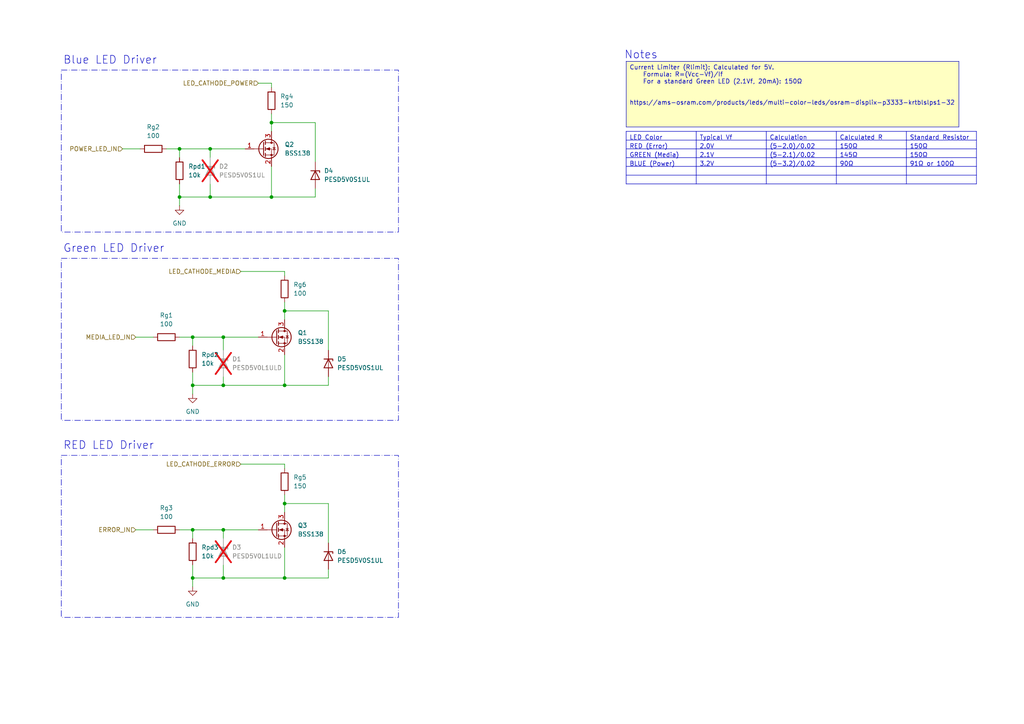
<source format=kicad_sch>
(kicad_sch (version 20250114) (generator "eeschema") (generator_version "9.0")
  (paper "A4")
  (lib_symbols
    (symbol "Device:R" (pin_numbers (hide yes)) (pin_names (offset 0))
      (property "Reference" "R" (at 2.032 0 90))
      (property "Value" "R" (at 0 0 90))
      (symbol "R_0_1"
        (rectangle (start -1.016 -2.54) (end 1.016 2.54) (stroke (width 0.254)))
      )
      (symbol "R_1_1"
        (pin passive line (at 0 3.81 270) (length 1.27) (name "~") (number "1"))
        (pin passive line (at 0 -3.81 90) (length 1.27) (name "~") (number "2"))
      )
    )
    (symbol "Diode:PESD5V0L1ULD" (pin_numbers (hide yes)) (pin_names (hide yes))
      (property "Reference" "D" (at 0 2.54 0))
      (property "Value" "PESD5V0L1ULD" (at 0 -2.54 0))
      (symbol "PESD5V0L1ULD_0_1"
        (polyline (pts (xy -1.27 -1.27) (xy -1.27 1.27) (xy -0.762 1.27)) (stroke (width 0.254)))
        (polyline (pts (xy 1.27 0) (xy -1.27 0)))
        (polyline (pts (xy 1.27 -1.27) (xy 1.27 1.27) (xy -1.27 0) (xy 1.27 -1.27)) (stroke (width 0.254)))
      )
      (symbol "PESD5V0L1ULD_1_1"
        (pin passive line (at -3.81 0 0) (length 2.54) (name "K") (number "1"))
        (pin passive line (at 3.81 0 180) (length 2.54) (name "A") (number "2"))
      )
    )
    (symbol "Diode:PESD5V0S1UL" (pin_numbers (hide yes)) (pin_names (hide yes))
      (property "Reference" "D" (at 0 2.54 0))
      (property "Value" "PESD5V0S1UL" (at 0 -2.54 0))
      (symbol "PESD5V0S1UL_0_1"
        (polyline (pts (xy -1.27 -1.27) (xy -1.27 1.27) (xy -0.762 1.27)) (stroke (width 0.254)))
        (polyline (pts (xy 1.27 0) (xy -1.27 0)))
        (polyline (pts (xy 1.27 -1.27) (xy 1.27 1.27) (xy -1.27 0) (xy 1.27 -1.27)) (stroke (width 0.254)))
      )
      (symbol "PESD5V0S1UL_1_1"
        (pin passive line (at -3.81 0 0) (length 2.54) (name "K") (number "1"))
        (pin passive line (at 3.81 0 180) (length 2.54) (name "A") (number "2"))
      )
    )
    (symbol "Transistor_FET:BSS138" (pin_names (offset 0) (hide yes))
      (property "Reference" "Q" (at 5.08 1.905 0))
      (property "Value" "BSS138" (at 5.08 0 0))
      (symbol "BSS138_0_1"
        (polyline (pts (xy 0.254 1.905) (xy 0.254 -1.905)) (stroke (width 0.254)))
        (polyline (pts (xy 0.254 0) (xy -2.54 0)))
        (polyline (pts (xy 0.762 2.286) (xy 0.762 1.27)) (stroke (width 0.254)))
        (polyline (pts (xy 0.762 0.508) (xy 0.762 -0.508)) (stroke (width 0.254)))
        (polyline (pts (xy 0.762 -1.27) (xy 0.762 -2.286)) (stroke (width 0.254)))
        (polyline (pts (xy 0.762 -1.778) (xy 3.302 -1.778) (xy 3.302 1.778) (xy 0.762 1.778)))
        (polyline (pts (xy 1.016 0) (xy 2.032 0.381) (xy 2.032 -0.381) (xy 1.016 0)) (fill (type outline)))
        (circle (center 1.651 0) (radius 2.794) (stroke (width 0.254)))
        (polyline (pts (xy 2.54 2.54) (xy 2.54 1.778)))
        (circle (center 2.54 1.778) (radius 0.254) (fill (type outline)))
        (circle (center 2.54 -1.778) (radius 0.254) (fill (type outline)))
        (polyline (pts (xy 2.54 -2.54) (xy 2.54 0) (xy 0.762 0)))
        (polyline (pts (xy 2.921 0.381) (xy 3.683 0.381)))
        (polyline (pts (xy 3.302 0.381) (xy 2.921 -0.254) (xy 3.683 -0.254) (xy 3.302 0.381)))
      )
      (symbol "BSS138_1_1"
        (pin input line (at -5.08 0 0) (length 2.54) (name "G") (number "1"))
        (pin passive line (at 2.54 5.08 270) (length 2.54) (name "D") (number "3"))
        (pin passive line (at 2.54 -5.08 90) (length 2.54) (name "S") (number "2"))
      )
    )
    (symbol "power:GND" (power) (pin_numbers (hide yes)) (pin_names (offset 0) (hide yes))
      (property "Value" "GND" (at 0 -3.81 0))
      (symbol "GND_0_1"
        (polyline (pts (xy 0 0) (xy 0 -1.27) (xy 1.27 -1.27) (xy 0 -2.54) (xy -1.27 -1.27) (xy 0 -1.27)))
      )
      (symbol "GND_1_1"
        (pin power_in line (at 0 0 270) (length 0) (name "~") (number "1"))
      )
    )
  )
  (rectangle (start 17.78 74.93) (end 115.57 121.92) (stroke (width 0) (type dash_dot)))
  (rectangle (start 17.78 132.08) (end 115.57 179.07) (stroke (width 0) (type dash_dot)))
  (rectangle (start 17.78 20.32) (end 115.57 67.31) (stroke (width 0) (type dash_dot)))
  (text "Notes\n" (at 185.928 16.002 0) (effects (font (size 2.286 2.286))))
  (text "RED LED Driver" (at 18.288 129.286 0) (effects (font (size 2.286 2.286)) (justify left)))
  (text "Green LED Driver" (at 18.288 72.136 0) (effects (font (size 2.286 2.286)) (justify left)))
  (text "Blue LED Driver" (at 18.288 17.526 0) (effects (font (size 2.286 2.286)) (justify left)))
  (text_box "Current Limiter (Rlimit​): Calculated for 5V.\n    Formula: R=(Vcc​−Vf​)/If​\n    For a standard Green LED (2.1Vf​, 20mA): 150Ω\n\n\nhttps://ams-osram.com/products/leds/multi-color-leds/osram-displix-p3333-krtblslps1-32" (at 181.61 17.78 0) (size 96.52 19.05) (margins 0.9525 0.9525 0.9525 0.9525) (fill (type color) (color 255 255 194 1)) (effects (font (size 1.27 1.27)) (justify left top)))
  (junction (at 55.88 167.64))
  (junction (at 52.07 43.18))
  (junction (at 64.77 167.64))
  (junction (at 82.55 146.05))
  (junction (at 78.74 35.56))
  (junction (at 60.96 43.18))
  (junction (at 64.77 153.67))
  (junction (at 55.88 97.79))
  (junction (at 55.88 153.67))
  (junction (at 82.55 167.64))
  (junction (at 64.77 97.79))
  (junction (at 52.07 57.15))
  (junction (at 55.88 111.76))
  (junction (at 82.55 111.76))
  (junction (at 64.77 111.76))
  (junction (at 60.96 57.15))
  (junction (at 82.55 90.17))
  (junction (at 78.74 57.15))
  (wire (pts (xy 78.74 33.02) (xy 78.74 35.56)))
  (wire (pts (xy 55.88 111.76) (xy 64.77 111.76)))
  (wire (pts (xy 55.88 111.76) (xy 55.88 107.95)))
  (wire (pts (xy 95.25 111.76) (xy 95.25 109.22)))
  (wire (pts (xy 64.77 163.83) (xy 64.77 167.64)))
  (wire (pts (xy 95.25 157.48) (xy 95.25 146.05)))
  (wire (pts (xy 82.55 134.62) (xy 82.55 135.89)))
  (wire (pts (xy 91.44 54.61) (xy 91.44 57.15)))
  (wire (pts (xy 52.07 57.15) (xy 52.07 53.34)))
  (wire (pts (xy 48.26 43.18) (xy 52.07 43.18)))
  (wire (pts (xy 55.88 170.18) (xy 55.88 167.64)))
  (wire (pts (xy 82.55 146.05) (xy 82.55 148.59)))
  (wire (pts (xy 60.96 57.15) (xy 78.74 57.15)))
  (wire (pts (xy 60.96 43.18) (xy 71.12 43.18)))
  (wire (pts (xy 82.55 90.17) (xy 82.55 92.71)))
  (wire (pts (xy 69.85 134.62) (xy 82.55 134.62)))
  (wire (pts (xy 82.55 167.64) (xy 95.25 167.64)))
  (wire (pts (xy 82.55 111.76) (xy 95.25 111.76)))
  (wire (pts (xy 60.96 43.18) (xy 60.96 45.72)))
  (wire (pts (xy 91.44 46.99) (xy 91.44 35.56)))
  (wire (pts (xy 52.07 59.69) (xy 52.07 57.15)))
  (wire (pts (xy 52.07 57.15) (xy 60.96 57.15)))
  (wire (pts (xy 78.74 24.13) (xy 78.74 25.4)))
  (wire (pts (xy 64.77 111.76) (xy 82.55 111.76)))
  (wire (pts (xy 95.25 90.17) (xy 95.25 101.6)))
  (wire (pts (xy 55.88 167.64) (xy 64.77 167.64)))
  (wire (pts (xy 95.25 167.64) (xy 95.25 165.1)))
  (wire (pts (xy 35.56 43.18) (xy 40.64 43.18)))
  (wire (pts (xy 55.88 100.33) (xy 55.88 97.79)))
  (wire (pts (xy 55.88 153.67) (xy 64.77 153.67)))
  (wire (pts (xy 55.88 167.64) (xy 55.88 163.83)))
  (wire (pts (xy 52.07 97.79) (xy 55.88 97.79)))
  (wire (pts (xy 78.74 57.15) (xy 78.74 48.26)))
  (wire (pts (xy 39.37 97.79) (xy 44.45 97.79)))
  (wire (pts (xy 60.96 53.34) (xy 60.96 57.15)))
  (wire (pts (xy 55.88 114.3) (xy 55.88 111.76)))
  (wire (pts (xy 55.88 97.79) (xy 64.77 97.79)))
  (wire (pts (xy 82.55 111.76) (xy 82.55 102.87)))
  (wire (pts (xy 52.07 153.67) (xy 55.88 153.67)))
  (wire (pts (xy 64.77 109.22) (xy 64.77 111.76)))
  (wire (pts (xy 91.44 57.15) (xy 78.74 57.15)))
  (wire (pts (xy 52.07 43.18) (xy 60.96 43.18)))
  (wire (pts (xy 74.93 24.13) (xy 78.74 24.13)))
  (wire (pts (xy 64.77 97.79) (xy 64.77 101.6)))
  (wire (pts (xy 64.77 97.79) (xy 74.93 97.79)))
  (wire (pts (xy 39.37 153.67) (xy 44.45 153.67)))
  (wire (pts (xy 82.55 87.63) (xy 82.55 90.17)))
  (wire (pts (xy 95.25 146.05) (xy 82.55 146.05)))
  (wire (pts (xy 91.44 35.56) (xy 78.74 35.56)))
  (wire (pts (xy 55.88 156.21) (xy 55.88 153.67)))
  (wire (pts (xy 69.85 78.74) (xy 82.55 78.74)))
  (wire (pts (xy 52.07 45.72) (xy 52.07 43.18)))
  (wire (pts (xy 82.55 143.51) (xy 82.55 146.05)))
  (wire (pts (xy 78.74 35.56) (xy 78.74 38.1)))
  (wire (pts (xy 64.77 167.64) (xy 82.55 167.64)))
  (wire (pts (xy 64.77 153.67) (xy 74.93 153.67)))
  (wire (pts (xy 82.55 90.17) (xy 95.25 90.17)))
  (wire (pts (xy 82.55 78.74) (xy 82.55 80.01)))
  (wire (pts (xy 64.77 153.67) (xy 64.77 156.21)))
  (wire (pts (xy 82.55 167.64) (xy 82.55 158.75)))
  (table (column_count 5) (border (external yes) (header yes)) (separators (rows yes) (cols yes)) (column_widths 20.32 20.32 20.32 20.32 20.32) (row_heights 2.54 2.54 2.54 2.54 2.54 2.54) (cells (table_cell "LED Color" (at 181.61 38.1 0) (size 20.32 2.54) (margins 0.9525 0.9525 0.9525 0.9525) (span 1 1)) (table_cell "Typical Vf​" (at 201.93 38.1 0) (size 20.32 2.54) (margins 0.9525 0.9525 0.9525 0.9525) (span 1 1)) (table_cell "Calculation" (at 222.25 38.1 0) (size 20.32 2.54) (margins 0.9525 0.9525 0.9525 0.9525) (span 1 1)) (table_cell "Calculated R" (at 242.57 38.1 0) (size 20.32 2.54) (margins 0.9525 0.9525 0.9525 0.9525) (span 1 1)) (table_cell "Standard Resistor" (at 262.89 38.1 0) (size 20.32 2.54) (margins 0.9525 0.9525 0.9525 0.9525) (span 1 1)) (table_cell "RED (Error)" (at 181.61 40.64 0) (size 20.32 2.54) (margins 0.9525 0.9525 0.9525 0.9525) (span 1 1)) (table_cell "2.0V" (at 201.93 40.64 0) (size 20.32 2.54) (margins 0.9525 0.9525 0.9525 0.9525) (span 1 1)) (table_cell "(5−2.0)/0.02" (at 222.25 40.64 0) (size 20.32 2.54) (margins 0.9525 0.9525 0.9525 0.9525) (span 1 1)) (table_cell "150Ω" (at 242.57 40.64 0) (size 20.32 2.54) (margins 0.9525 0.9525 0.9525 0.9525) (span 1 1)) (table_cell "150Ω" (at 262.89 40.64 0) (size 20.32 2.54) (margins 0.9525 0.9525 0.9525 0.9525) (span 1 1)) (table_cell "GREEN (Media)" (at 181.61 43.18 0) (size 20.32 2.54) (margins 0.9525 0.9525 0.9525 0.9525) (span 1 1)) (table_cell "2.1V" (at 201.93 43.18 0) (size 20.32 2.54) (margins 0.9525 0.9525 0.9525 0.9525) (span 1 1)) (table_cell "(5−2.1)/0.02" (at 222.25 43.18 0) (size 20.32 2.54) (margins 0.9525 0.9525 0.9525 0.9525) (span 1 1)) (table_cell "145Ω" (at 242.57 43.18 0) (size 20.32 2.54) (margins 0.9525 0.9525 0.9525 0.9525) (span 1 1)) (table_cell "150Ω" (at 262.89 43.18 0) (size 20.32 2.54) (margins 0.9525 0.9525 0.9525 0.9525) (span 1 1)) (table_cell "BLUE (Power)" (at 181.61 45.72 0) (size 20.32 2.54) (margins 0.9525 0.9525 0.9525 0.9525) (span 1 1)) (table_cell "3.2V" (at 201.93 45.72 0) (size 20.32 2.54) (margins 0.9525 0.9525 0.9525 0.9525) (span 1 1)) (table_cell "(5−3.2)/0.02" (at 222.25 45.72 0) (size 20.32 2.54) (margins 0.9525 0.9525 0.9525 0.9525) (span 1 1)) (table_cell "90Ω" (at 242.57 45.72 0) (size 20.32 2.54) (margins 0.9525 0.9525 0.9525 0.9525) (span 1 1)) (table_cell "91Ω or 100Ω" (at 262.89 45.72 0) (size 20.32 2.54) (margins 0.9525 0.9525 0.9525 0.9525) (span 1 1)) (table_cell "" (at 181.61 48.26 0) (size 20.32 2.54) (margins 0.9525 0.9525 0.9525 0.9525) (span 1 1)) (table_cell "" (at 201.93 48.26 0) (size 20.32 2.54) (margins 0.9525 0.9525 0.9525 0.9525) (span 1 1)) (table_cell "" (at 222.25 48.26 0) (size 20.32 2.54) (margins 0.9525 0.9525 0.9525 0.9525) (span 1 1)) (table_cell "" (at 242.57 48.26 0) (size 20.32 2.54) (margins 0.9525 0.9525 0.9525 0.9525) (span 1 1)) (table_cell "" (at 262.89 48.26 0) (size 20.32 2.54) (margins 0.9525 0.9525 0.9525 0.9525) (span 1 1)) (table_cell "" (at 181.61 50.8 0) (size 20.32 2.54) (margins 0.9525 0.9525 0.9525 0.9525) (span 1 1)) (table_cell "" (at 201.93 50.8 0) (size 20.32 2.54) (margins 0.9525 0.9525 0.9525 0.9525) (span 1 1)) (table_cell "" (at 222.25 50.8 0) (size 20.32 2.54) (margins 0.9525 0.9525 0.9525 0.9525) (span 1 1)) (table_cell "" (at 242.57 50.8 0) (size 20.32 2.54) (margins 0.9525 0.9525 0.9525 0.9525) (span 1 1)) (table_cell "" (at 262.89 50.8 0) (size 20.32 2.54) (margins 0.9525 0.9525 0.9525 0.9525) (span 1 1))))
  (hierarchical_label "LED_CATHODE_MEDIA" (shape input) (at 69.85 78.74 180))
  (hierarchical_label "MEDIA_LED_IN" (shape input) (at 39.37 97.79 180))
  (hierarchical_label "ERROR_IN" (shape input) (at 39.37 153.67 180))
  (hierarchical_label "POWER_LED_IN" (shape input) (at 35.56 43.18 180))
  (hierarchical_label "LED_CATHODE_POWER" (shape input) (at 74.93 24.13 180))
  (hierarchical_label "LED_CATHODE_ERROR" (shape input) (at 69.85 134.62 180))
  (symbol (lib_id "Transistor_FET:BSS138") (at 80.01 153.67 0) (unit 1)
    (property "Reference" "Q3" (at 86.36 152.3999 0) (effects (justify left)))
    (property "Value" "BSS138" (at 86.36 154.9399 0) (effects (justify left)))
    (property "Footprint" "Package_TO_SOT_SMD:SOT-23" (effects (hide yes)))
    (property "Datasheet" "https://www.onsemi.com/pub/Collateral/BSS138-D.PDF" (effects (hide yes)))
    (property "Description" "50V Vds, 0.22A Id, N-Channel MOSFET, SOT-23" (effects (hide yes)))
  )
  (symbol (lib_id "Device:R") (at 78.74 29.21 180) (unit 1)
    (property "Reference" "Rg4" (at 81.28 27.9399 0) (effects (justify right)))
    (property "Value" "150" (at 81.28 30.4799 0) (effects (justify right)))
    (property "Description" "Resistor" (effects (hide yes)))
  )
  (symbol (lib_id "Diode:PESD5V0S1UL") (at 60.96 49.53 270) (unit 1) (dnp yes)
    (property "Reference" "D2" (at 63.5 48.2599 90) (effects (justify left)))
    (property "Value" "PESD5V0S1UL" (at 63.5 50.7999 90) (effects (justify left)))
    (property "Footprint" "Diode_SMD:D_SOD-882" (effects (hide yes)))
    (property "Datasheet" "https://assets.nexperia.com/documents/data-sheet/PESD5V0S1UL.pdf" (effects (hide yes)))
    (property "Description" "Unidirectional ESD protection diode, 5V, SOD-882" (effects (hide yes)))
  )
  (symbol (lib_id "Device:R") (at 82.55 139.7 180) (unit 1)
    (property "Reference" "Rg5" (at 85.09 138.4299 0) (effects (justify right)))
    (property "Value" "150" (at 85.09 140.9699 0) (effects (justify right)))
    (property "Description" "Resistor" (effects (hide yes)))
  )
  (symbol (lib_id "Device:R") (at 82.55 83.82 180) (unit 1)
    (property "Reference" "Rg6" (at 85.09 82.5499 0) (effects (justify right)))
    (property "Value" "100" (at 85.09 85.0899 0) (effects (justify right)))
    (property "Description" "Resistor" (effects (hide yes)))
  )
  (symbol (lib_id "power:GND") (at 55.88 114.3 0) (unit 1)
    (property "Reference" "#PWR05" (effects (hide yes)))
    (property "Value" "GND" (at 55.88 119.38 0))
    (property "Description" "Power symbol creates a global label with name \"GND\" , ground" (effects (hide yes)))
  )
  (symbol (lib_id "Diode:PESD5V0L1ULD") (at 64.77 160.02 270) (unit 1) (dnp yes)
    (property "Reference" "D3" (at 67.31 158.7499 90) (effects (justify left)))
    (property "Value" "PESD5V0L1ULD" (at 67.31 161.2899 90) (effects (justify left)))
    (property "Footprint" "Diode_SMD:D_SOD-882D" (effects (hide yes)))
    (property "Datasheet" "\"https://assets.nexperia.com/documents/data-sheet/PESD5V0L1ULD.pdf" (effects (hide yes)))
    (property "Description" "Low capacitance unidirectional ESD protection diode, 5V, SOD-882D" (effects (hide yes)))
  )
  (symbol (lib_id "Device:R") (at 48.26 97.79 90) (unit 1)
    (property "Reference" "Rg1" (at 48.26 91.44 90))
    (property "Value" "100" (at 48.26 93.98 90))
    (property "Description" "Resistor" (effects (hide yes)))
  )
  (symbol (lib_id "Transistor_FET:BSS138") (at 80.01 97.79 0) (unit 1)
    (property "Reference" "Q1" (at 86.36 96.5199 0) (effects (justify left)))
    (property "Value" "BSS138" (at 86.36 99.0599 0) (effects (justify left)))
    (property "Footprint" "Package_TO_SOT_SMD:SOT-23" (effects (hide yes)))
    (property "Datasheet" "https://www.onsemi.com/pub/Collateral/BSS138-D.PDF" (effects (hide yes)))
    (property "Description" "50V Vds, 0.22A Id, N-Channel MOSFET, SOT-23" (effects (hide yes)))
  )
  (symbol (lib_id "Device:R") (at 48.26 153.67 90) (unit 1)
    (property "Reference" "Rg3" (at 48.26 147.32 90))
    (property "Value" "100" (at 48.26 149.86 90))
    (property "Description" "Resistor" (effects (hide yes)))
  )
  (symbol (lib_id "Diode:PESD5V0S1UL") (at 95.25 161.29 270) (unit 1)
    (property "Reference" "D6" (at 97.79 160.0199 90) (effects (justify left)))
    (property "Value" "PESD5V0S1UL" (at 97.79 162.5599 90) (effects (justify left)))
    (property "Footprint" "Diode_SMD:D_SOD-882" (effects (hide yes)))
    (property "Datasheet" "https://assets.nexperia.com/documents/data-sheet/PESD5V0S1UL.pdf" (effects (hide yes)))
    (property "Description" "Unidirectional ESD protection diode, 5V, SOD-882" (effects (hide yes)))
  )
  (symbol (lib_id "Device:R") (at 55.88 104.14 180) (unit 1)
    (property "Reference" "Rpd2" (at 58.42 102.8699 0) (effects (justify right)))
    (property "Value" "10k" (at 58.42 105.4099 0) (effects (justify right)))
    (property "Description" "Resistor" (effects (hide yes)))
  )
  (symbol (lib_id "power:GND") (at 55.88 170.18 0) (unit 1)
    (property "Reference" "#PWR07" (effects (hide yes)))
    (property "Value" "GND" (at 55.88 175.26 0))
    (property "Description" "Power symbol creates a global label with name \"GND\" , ground" (effects (hide yes)))
  )
  (symbol (lib_id "Diode:PESD5V0S1UL") (at 95.25 105.41 270) (unit 1)
    (property "Reference" "D5" (at 97.79 104.1399 90) (effects (justify left)))
    (property "Value" "PESD5V0S1UL" (at 97.79 106.6799 90) (effects (justify left)))
    (property "Footprint" "Diode_SMD:D_SOD-882" (effects (hide yes)))
    (property "Datasheet" "https://assets.nexperia.com/documents/data-sheet/PESD5V0S1UL.pdf" (effects (hide yes)))
    (property "Description" "Unidirectional ESD protection diode, 5V, SOD-882" (effects (hide yes)))
  )
  (symbol (lib_id "Transistor_FET:BSS138") (at 76.2 43.18 0) (unit 1)
    (property "Reference" "Q2" (at 82.55 41.9099 0) (effects (justify left)))
    (property "Value" "BSS138" (at 82.55 44.4499 0) (effects (justify left)))
    (property "Footprint" "Package_TO_SOT_SMD:SOT-23" (effects (hide yes)))
    (property "Datasheet" "https://www.onsemi.com/pub/Collateral/BSS138-D.PDF" (effects (hide yes)))
    (property "Description" "50V Vds, 0.22A Id, N-Channel MOSFET, SOT-23" (effects (hide yes)))
  )
  (symbol (lib_id "Device:R") (at 52.07 49.53 180) (unit 1)
    (property "Reference" "Rpd1" (at 54.61 48.2599 0) (effects (justify right)))
    (property "Value" "10k" (at 54.61 50.7999 0) (effects (justify right)))
    (property "Description" "Resistor" (effects (hide yes)))
  )
  (symbol (lib_id "Device:R") (at 55.88 160.02 180) (unit 1)
    (property "Reference" "Rpd3" (at 58.42 158.7499 0) (effects (justify right)))
    (property "Value" "10k" (at 58.42 161.2899 0) (effects (justify right)))
    (property "Description" "Resistor" (effects (hide yes)))
  )
  (symbol (lib_id "power:GND") (at 52.07 59.69 0) (unit 1)
    (property "Reference" "#PWR06" (effects (hide yes)))
    (property "Value" "GND" (at 52.07 64.77 0))
    (property "Description" "Power symbol creates a global label with name \"GND\" , ground" (effects (hide yes)))
  )
  (symbol (lib_id "Device:R") (at 44.45 43.18 90) (unit 1)
    (property "Reference" "Rg2" (at 44.45 36.83 90))
    (property "Value" "100" (at 44.45 39.37 90))
    (property "Description" "Resistor" (effects (hide yes)))
  )
  (symbol (lib_id "Diode:PESD5V0L1ULD") (at 64.77 105.41 270) (unit 1) (dnp yes)
    (property "Reference" "D1" (at 67.31 104.1399 90) (effects (justify left)))
    (property "Value" "PESD5V0L1ULD" (at 67.31 106.6799 90) (effects (justify left)))
    (property "Footprint" "Diode_SMD:D_SOD-882D" (effects (hide yes)))
    (property "Datasheet" "\"https://assets.nexperia.com/documents/data-sheet/PESD5V0L1ULD.pdf" (effects (hide yes)))
    (property "Description" "Low capacitance unidirectional ESD protection diode, 5V, SOD-882D" (effects (hide yes)))
  )
  (symbol (lib_id "Diode:PESD5V0S1UL") (at 91.44 50.8 270) (unit 1)
    (property "Reference" "D4" (at 93.98 49.5299 90) (effects (justify left)))
    (property "Value" "PESD5V0S1UL" (at 93.98 52.0699 90) (effects (justify left)))
    (property "Footprint" "Diode_SMD:D_SOD-882" (effects (hide yes)))
    (property "Datasheet" "https://assets.nexperia.com/documents/data-sheet/PESD5V0S1UL.pdf" (effects (hide yes)))
    (property "Description" "Unidirectional ESD protection diode, 5V, SOD-882" (effects (hide yes)))
  )
)
</source>
